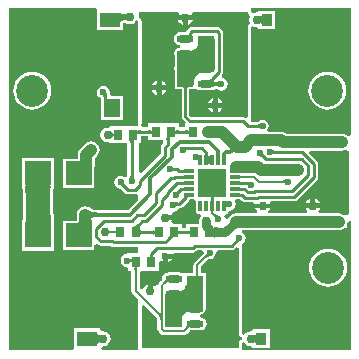
<source format=gtl>
G04*
G04 #@! TF.GenerationSoftware,Altium Limited,Altium Designer,20.0.12 (288)*
G04*
G04 Layer_Physical_Order=1*
G04 Layer_Color=255*
%FSLAX44Y44*%
%MOMM*%
G71*
G01*
G75*
%ADD10C,0.2000*%
%ADD11C,0.2500*%
%ADD31R,1.4000X1.5000*%
%ADD32R,0.9000X1.0500*%
%ADD33R,0.9700X0.6700*%
G04:AMPARAMS|DCode=34|XSize=0.86mm|YSize=0.27mm|CornerRadius=0.0338mm|HoleSize=0mm|Usage=FLASHONLY|Rotation=0.000|XOffset=0mm|YOffset=0mm|HoleType=Round|Shape=RoundedRectangle|*
%AMROUNDEDRECTD34*
21,1,0.8600,0.2025,0,0,0.0*
21,1,0.7925,0.2700,0,0,0.0*
1,1,0.0675,0.3963,-0.1013*
1,1,0.0675,-0.3963,-0.1013*
1,1,0.0675,-0.3963,0.1013*
1,1,0.0675,0.3963,0.1013*
%
%ADD34ROUNDEDRECTD34*%
%ADD35R,2.4500X2.4500*%
G04:AMPARAMS|DCode=36|XSize=0.86mm|YSize=0.27mm|CornerRadius=0.0338mm|HoleSize=0mm|Usage=FLASHONLY|Rotation=90.000|XOffset=0mm|YOffset=0mm|HoleType=Round|Shape=RoundedRectangle|*
%AMROUNDEDRECTD36*
21,1,0.8600,0.2025,0,0,90.0*
21,1,0.7925,0.2700,0,0,90.0*
1,1,0.0675,0.1013,0.3963*
1,1,0.0675,0.1013,-0.3963*
1,1,0.0675,-0.1013,-0.3963*
1,1,0.0675,-0.1013,0.3963*
%
%ADD36ROUNDEDRECTD36*%
%ADD37R,1.4500X0.6000*%
%ADD38O,1.4500X0.6000*%
%ADD39R,0.8000X0.9500*%
%ADD40R,2.2500X2.1000*%
%ADD41R,1.7500X1.2500*%
%ADD42C,0.8000*%
%ADD43C,1.0000*%
%ADD44C,0.3000*%
%ADD45C,2.0000*%
%ADD46C,0.5000*%
%ADD47R,2.7000X2.7000*%
%ADD48C,2.7000*%
%ADD49C,0.7500*%
%ADD50C,0.6000*%
G36*
X207451Y291581D02*
X207524Y291214D01*
X207561Y290841D01*
X207620Y290730D01*
X207645Y290606D01*
X207853Y290295D01*
X208030Y289964D01*
X208127Y289884D01*
X208198Y289779D01*
X208215Y289767D01*
X208985Y288589D01*
X209216Y287666D01*
X209075Y287454D01*
X208587Y285000D01*
X209075Y282546D01*
X209216Y282334D01*
X208985Y281411D01*
X208215Y280233D01*
X208198Y280221D01*
X208127Y280116D01*
X208030Y280036D01*
X207853Y279705D01*
X207645Y279394D01*
X207620Y279270D01*
X207561Y279158D01*
X207524Y278786D01*
X207451Y278419D01*
Y202794D01*
X205451Y201850D01*
X205114Y202075D01*
X203846Y202327D01*
X159859D01*
X158064Y204123D01*
Y225950D01*
X164000D01*
X164000Y225950D01*
Y225950D01*
X165962Y225859D01*
X166149Y225734D01*
X168295Y225307D01*
X176795D01*
X178941Y225734D01*
X180730Y226929D01*
X181091Y226389D01*
X182910Y225173D01*
X185056Y224747D01*
X187202Y225173D01*
X189022Y226389D01*
X190237Y228208D01*
X190664Y230354D01*
X190237Y232500D01*
X189022Y234320D01*
X187202Y235535D01*
X186025Y235770D01*
X185326Y237900D01*
X185749Y238322D01*
X186578Y239563D01*
X186869Y241026D01*
Y273361D01*
X186578Y274824D01*
X185749Y276064D01*
X183845Y277968D01*
X182605Y278797D01*
X181141Y279088D01*
X160260D01*
X158797Y278797D01*
X157557Y277968D01*
X156092Y276504D01*
X155263Y275263D01*
X155143Y274658D01*
X150500D01*
X148354Y274231D01*
X146535Y273015D01*
X145319Y271196D01*
X144892Y269050D01*
X145319Y266904D01*
X146535Y265085D01*
X148354Y263869D01*
X150500Y263442D01*
Y261448D01*
X148549Y261060D01*
X146895Y259955D01*
X145790Y258301D01*
X145402Y256350D01*
X145752Y254593D01*
Y245407D01*
X145402Y243650D01*
X145752Y241893D01*
Y235950D01*
X145500D01*
Y225950D01*
X151436D01*
Y202750D01*
X151689Y201482D01*
X152407Y200407D01*
X154812Y198002D01*
X154500Y197250D01*
X154500D01*
Y193823D01*
X149000D01*
Y197250D01*
X123000D01*
Y193823D01*
X118928D01*
X117408Y195823D01*
X117456Y195998D01*
X117482Y196342D01*
X117549Y196680D01*
Y283875D01*
X117524Y283999D01*
X117537Y284125D01*
X117428Y284483D01*
X117355Y284850D01*
X117285Y284956D01*
X117248Y285077D01*
X117010Y285366D01*
X116802Y285677D01*
X116697Y285748D01*
X116617Y285845D01*
X116287Y286022D01*
X115975Y286230D01*
X115851Y286255D01*
X115740Y286314D01*
X115531Y286378D01*
Y291794D01*
X148150D01*
X149219Y289794D01*
X148825Y289204D01*
X148735Y288750D01*
X160765D01*
X160675Y289204D01*
X160281Y289794D01*
X161350Y291794D01*
X207451D01*
Y291581D01*
D02*
G37*
G36*
X99520Y290933D02*
X99670Y290677D01*
X99920Y290451D01*
X100270Y290255D01*
X100720Y290090D01*
X101270Y289954D01*
X101920Y289849D01*
X102670Y289773D01*
X103227Y289755D01*
X104479Y289841D01*
X104575Y289874D01*
X104629Y289912D01*
X105031Y284678D01*
X105001Y284684D01*
X104926Y284690D01*
X104223Y284706D01*
X103520Y284688D01*
X102670Y284613D01*
X101920Y284488D01*
X101270Y284313D01*
X100720Y284088D01*
X100270Y283813D01*
X99920Y283488D01*
X99670Y283113D01*
X99520Y282688D01*
X99470Y282213D01*
Y291220D01*
X99520Y290933D01*
D02*
G37*
G36*
X93578Y285022D02*
X93268Y284976D01*
X92469Y284803D01*
X92246Y284733D01*
X92044Y284657D01*
X91865Y284575D01*
X91707Y284487D01*
X91571Y284393D01*
X91457Y284293D01*
X90043Y285707D01*
X90143Y285821D01*
X90237Y285957D01*
X90325Y286115D01*
X90407Y286294D01*
X90483Y286495D01*
X90553Y286719D01*
X90674Y287230D01*
X90726Y287518D01*
X90772Y287828D01*
X93578Y285022D01*
D02*
G37*
G36*
X219561Y287502D02*
X219617Y287501D01*
X220045Y287500D01*
Y282500D01*
X219561Y282474D01*
Y280469D01*
X219515Y280855D01*
X219379Y281201D01*
X219151Y281505D01*
X218831Y281769D01*
X218421Y281992D01*
X217919Y282175D01*
X217326Y282317D01*
X216642Y282419D01*
X215867Y282480D01*
X215000Y282500D01*
Y287500D01*
X215867Y287520D01*
X216642Y287581D01*
X217326Y287683D01*
X217919Y287825D01*
X218421Y288008D01*
X218831Y288231D01*
X219151Y288495D01*
X219379Y288799D01*
X219515Y289145D01*
X219561Y289531D01*
Y287502D01*
D02*
G37*
G36*
X295000Y188181D02*
X294350Y186450D01*
X292027D01*
X291030Y187215D01*
X289328Y187920D01*
X287500Y188160D01*
X240374D01*
X239131Y189114D01*
X237428Y189820D01*
X235600Y190060D01*
X224935D01*
X224931Y190064D01*
X224049Y192060D01*
X224710Y193049D01*
X225098Y195000D01*
X224710Y196951D01*
X223605Y198605D01*
X221951Y199710D01*
X220000Y200098D01*
X218049Y199710D01*
X216395Y198605D01*
X216287Y198443D01*
X216285Y198442D01*
X216230Y198413D01*
X216158Y198384D01*
X216068Y198356D01*
X215955Y198330D01*
X215846Y198314D01*
X210000D01*
Y278419D01*
X212000Y279488D01*
X212561Y279113D01*
X215000Y278627D01*
X215454Y278718D01*
X217000Y277449D01*
Y277250D01*
X231000D01*
Y292750D01*
X217000D01*
Y292551D01*
X215454Y291282D01*
X215000Y291372D01*
X212561Y290887D01*
X212000Y290512D01*
X210000Y291581D01*
Y295000D01*
X295000D01*
Y188181D01*
D02*
G37*
G36*
X160051Y273389D02*
X160124Y272408D01*
X160167Y272165D01*
X160221Y271963D01*
X160284Y271804D01*
X160357Y271687D01*
X160440Y271612D01*
X160532Y271579D01*
X157041Y272015D01*
X157137Y272021D01*
X157222Y272066D01*
X157298Y272149D01*
X157364Y272270D01*
X157420Y272430D01*
X157465Y272627D01*
X157500Y272863D01*
X157526Y273137D01*
X157546Y273800D01*
X160046D01*
X160051Y273389D01*
D02*
G37*
G36*
X178373Y233409D02*
X175884Y233879D01*
X175888Y235118D01*
X178388D01*
X178373Y233409D01*
D02*
G37*
G36*
X178422Y233166D02*
X178531Y232956D01*
X178712Y232768D01*
X178965Y232604D01*
X179290Y232463D01*
X179687Y232345D01*
X180157Y232250D01*
X180698Y232179D01*
X181222Y232137D01*
X181682Y232174D01*
X181949Y232218D01*
X182203Y232276D01*
X182445Y232349D01*
X182675Y232435D01*
X182893Y232536D01*
X183099Y232652D01*
X183293Y232781D01*
X182595Y228639D01*
X182451Y228823D01*
X182290Y228989D01*
X182110Y229135D01*
X181913Y229263D01*
X181698Y229372D01*
X181465Y229462D01*
X181213Y229534D01*
X180963Y229583D01*
X180159Y229529D01*
X179693Y229452D01*
X179299Y229349D01*
X178977Y229221D01*
X178727Y229066D01*
X178549Y228886D01*
X178442Y228679D01*
X178407Y228447D01*
X178384Y233400D01*
X178422Y233166D01*
D02*
G37*
G36*
X177697Y270911D02*
X178914Y269694D01*
X179573Y268104D01*
Y267243D01*
Y244038D01*
Y243368D01*
X179060Y242129D01*
X178112Y241182D01*
X176873Y240669D01*
X170919D01*
X170014Y240624D01*
X168240Y240271D01*
X166569Y239579D01*
X165065Y238574D01*
X163785Y237295D01*
X162780Y235790D01*
X162088Y234119D01*
X161735Y232345D01*
X161691Y231440D01*
Y230839D01*
X161230Y229727D01*
X160379Y228876D01*
X159267Y228415D01*
X149171D01*
X148538Y228678D01*
X148053Y229162D01*
X147791Y229796D01*
Y230138D01*
Y256636D01*
Y257078D01*
X148129Y257894D01*
X148754Y258519D01*
X149570Y258857D01*
X159240D01*
X160480Y258979D01*
X162771Y259928D01*
X164525Y261682D01*
X165474Y263973D01*
X165596Y265214D01*
Y270077D01*
X165635Y271570D01*
X176107D01*
X177697Y270911D01*
D02*
G37*
G36*
X157013Y227986D02*
X156800Y227910D01*
X156613Y227783D01*
X156450Y227606D01*
X156313Y227378D01*
X156200Y227100D01*
X156112Y226771D01*
X156050Y226392D01*
X156012Y225961D01*
X156000Y225480D01*
X153500D01*
X153488Y225961D01*
X153450Y226392D01*
X153387Y226771D01*
X153300Y227100D01*
X153188Y227378D01*
X153050Y227606D01*
X152887Y227783D01*
X152700Y227910D01*
X152487Y227986D01*
X152250Y228011D01*
X157250D01*
X157013Y227986D01*
D02*
G37*
G36*
X79500Y293750D02*
X79500Y293000D01*
Y276250D01*
X102000D01*
Y281858D01*
X102087Y281893D01*
X102462Y281994D01*
X102992Y282083D01*
X103360Y282115D01*
X104309D01*
X105061Y281613D01*
X107500Y281128D01*
X109939Y281613D01*
X112006Y282994D01*
X113000Y284482D01*
X115000Y283875D01*
Y196680D01*
X114469Y194769D01*
X114376Y194750D01*
X91000D01*
Y194750D01*
X89749Y193723D01*
X89000Y193873D01*
X86561Y193387D01*
X84494Y192006D01*
X83112Y189939D01*
X82627Y187500D01*
X83112Y185061D01*
X84494Y182994D01*
X86561Y181613D01*
X89000Y181128D01*
X89749Y181277D01*
X91000Y180250D01*
Y180250D01*
X105360D01*
Y152540D01*
X105148Y152344D01*
X104778Y152093D01*
X102774Y152045D01*
X102146Y152465D01*
X100000Y152892D01*
X97854Y152465D01*
X96034Y151250D01*
X94819Y149430D01*
X94392Y147284D01*
X94819Y145138D01*
X96034Y143319D01*
X97854Y142103D01*
X99895Y141698D01*
X99898Y141696D01*
X99959Y141662D01*
X100036Y141612D01*
X100086Y141575D01*
X103477Y138184D01*
X104718Y137355D01*
X106181Y137065D01*
X112187D01*
X113000Y137226D01*
X114647Y136246D01*
X115000Y135852D01*
Y132547D01*
X106022Y123569D01*
X83571D01*
X81490Y123619D01*
X78801Y123852D01*
X77730Y124016D01*
X76809Y124212D01*
X76066Y124429D01*
X75513Y124650D01*
X75157Y124847D01*
X75016Y124961D01*
X74992Y124992D01*
X73530Y126115D01*
X71827Y126820D01*
X70000Y127060D01*
X68173Y126820D01*
X66470Y126115D01*
X65008Y124992D01*
X63885Y123530D01*
X63180Y121827D01*
X62940Y120000D01*
Y119369D01*
X62883Y117590D01*
X62793Y116654D01*
X62672Y115874D01*
X62532Y115280D01*
X62434Y115000D01*
X51250D01*
Y90000D01*
X77750D01*
Y94666D01*
X79598Y95431D01*
X80233Y94796D01*
X81473Y93968D01*
X82936Y93677D01*
X91423D01*
X92484Y92968D01*
X93947Y92677D01*
X115000D01*
Y87107D01*
X106151D01*
Y87108D01*
X104406Y86493D01*
X103268Y86266D01*
X101449Y85051D01*
X100233Y83231D01*
X99806Y81086D01*
X100233Y78939D01*
X101449Y77120D01*
X103268Y75905D01*
X105414Y75478D01*
X106151Y74873D01*
Y72608D01*
X108931D01*
Y55000D01*
X109203Y53635D01*
X109976Y52477D01*
X115000Y47453D01*
Y5000D01*
X85035D01*
X83350Y6634D01*
X83352Y7176D01*
X85000Y8627D01*
X87439Y9113D01*
X89506Y10494D01*
X90887Y12561D01*
X91372Y15000D01*
X90887Y17439D01*
X89506Y19506D01*
X87439Y20887D01*
X85000Y21372D01*
X84296Y21233D01*
X82750Y22501D01*
Y23750D01*
X60250D01*
Y7000D01*
X60250Y6250D01*
X58768Y5000D01*
X5000D01*
Y295000D01*
X78018D01*
X79500Y293750D01*
D02*
G37*
G36*
X217858Y192900D02*
X217684Y193062D01*
X217496Y193206D01*
X217293Y193333D01*
X217076Y193444D01*
X216845Y193538D01*
X216599Y193614D01*
X216339Y193673D01*
X216065Y193716D01*
X215776Y193741D01*
X215473Y193750D01*
Y196250D01*
X215776Y196259D01*
X216065Y196284D01*
X216339Y196327D01*
X216599Y196386D01*
X216845Y196462D01*
X217076Y196556D01*
X217293Y196667D01*
X217496Y196794D01*
X217684Y196938D01*
X217858Y197100D01*
Y192900D01*
D02*
G37*
G36*
X157061Y187500D02*
X157036Y187738D01*
X156960Y187950D01*
X156833Y188137D01*
X156656Y188300D01*
X156428Y188438D01*
X156150Y188550D01*
X155821Y188638D01*
X155441Y188700D01*
X155011Y188738D01*
X154530Y188750D01*
Y191250D01*
X155011Y191262D01*
X155441Y191300D01*
X155821Y191362D01*
X156150Y191450D01*
X156428Y191562D01*
X156656Y191700D01*
X156833Y191863D01*
X156960Y192050D01*
X157036Y192262D01*
X157061Y192500D01*
Y187500D01*
D02*
G37*
G36*
X146495Y192262D02*
X146569Y192050D01*
X146694Y191863D01*
X146869Y191700D01*
X147094Y191562D01*
X147369Y191450D01*
X147695Y191362D01*
X148069Y191300D01*
X148495Y191262D01*
X148969Y191250D01*
Y188750D01*
X148495Y188738D01*
X148069Y188700D01*
X147695Y188638D01*
X147369Y188550D01*
X147094Y188438D01*
X146869Y188300D01*
X146694Y188137D01*
X146569Y187950D01*
X146495Y187738D01*
X146469Y187500D01*
Y192500D01*
X146495Y192262D01*
D02*
G37*
G36*
X125561Y187500D02*
X125536Y187738D01*
X125460Y187950D01*
X125333Y188137D01*
X125156Y188300D01*
X124929Y188438D01*
X124650Y188550D01*
X124321Y188638D01*
X123942Y188700D01*
X123512Y188738D01*
X123031Y188750D01*
Y191250D01*
X123512Y191262D01*
X123942Y191300D01*
X124321Y191362D01*
X124650Y191450D01*
X124929Y191562D01*
X125156Y191700D01*
X125333Y191863D01*
X125460Y192050D01*
X125536Y192262D01*
X125561Y192500D01*
Y187500D01*
D02*
G37*
G36*
X114494Y192035D02*
X114569Y191870D01*
X114694Y191725D01*
X114869Y191599D01*
X115094Y191492D01*
X115369Y191405D01*
X115694Y191337D01*
X116069Y191289D01*
X116494Y191260D01*
X116969Y191250D01*
Y188750D01*
X116494Y188738D01*
X116069Y188700D01*
X115694Y188638D01*
X115369Y188550D01*
X115094Y188438D01*
X114869Y188300D01*
X114694Y188137D01*
X114569Y187950D01*
X114494Y187738D01*
X114469Y187500D01*
Y192220D01*
X114494Y192035D01*
D02*
G37*
G36*
X91996Y189816D02*
X92315Y189540D01*
X92634Y189296D01*
X92952Y189085D01*
X93271Y188906D01*
X93281Y188901D01*
X93378Y188990D01*
X93480Y189140D01*
X93541Y189310D01*
X93561Y189500D01*
Y188773D01*
X93589Y188760D01*
X93908Y188646D01*
X94227Y188565D01*
X94545Y188516D01*
X94864Y188500D01*
Y186500D01*
X94545Y186484D01*
X94227Y186435D01*
X93908Y186354D01*
X93589Y186240D01*
X93561Y186227D01*
Y185500D01*
X93541Y185690D01*
X93480Y185860D01*
X93378Y186010D01*
X93281Y186099D01*
X93271Y186094D01*
X92952Y185915D01*
X92634Y185704D01*
X92315Y185460D01*
X91996Y185184D01*
X91678Y184875D01*
Y186496D01*
X91531Y186500D01*
Y188500D01*
X91678Y188504D01*
Y190125D01*
X91996Y189816D01*
D02*
G37*
G36*
X142013Y185284D02*
X141800Y185207D01*
X141613Y185079D01*
X141450Y184901D01*
X141313Y184673D01*
X141200Y184395D01*
X141112Y184067D01*
X141050Y183688D01*
X141012Y183259D01*
X141000Y182780D01*
X138500D01*
X138531Y185280D01*
X142250Y185311D01*
X142013Y185284D01*
D02*
G37*
G36*
X111446Y182786D02*
X111234Y182710D01*
X111046Y182583D01*
X110884Y182406D01*
X110746Y182178D01*
X110634Y181900D01*
X110546Y181571D01*
X110484Y181192D01*
X110446Y180761D01*
X110434Y180280D01*
X107934D01*
X107921Y180761D01*
X107884Y181192D01*
X107821Y181571D01*
X107734Y181900D01*
X107621Y182178D01*
X107484Y182406D01*
X107321Y182583D01*
X107134Y182710D01*
X106921Y182786D01*
X106684Y182811D01*
X111684D01*
X111446Y182786D01*
D02*
G37*
G36*
X153813Y177710D02*
X154001Y177652D01*
X154204Y177601D01*
X154655Y177520D01*
X154904Y177490D01*
X155741Y177439D01*
X156051Y177435D01*
X157299Y174935D01*
X156990Y174925D01*
X156705Y174895D01*
X156444Y174844D01*
X156207Y174772D01*
X155995Y174681D01*
X155807Y174569D01*
X155643Y174437D01*
X155504Y174284D01*
X155389Y174111D01*
X155298Y173917D01*
X153641Y177774D01*
X153813Y177710D01*
D02*
G37*
G36*
X197381Y173883D02*
X197080Y173924D01*
X196782Y173932D01*
X196487Y173907D01*
X196194Y173849D01*
X195905Y173757D01*
X195618Y173633D01*
X195334Y173475D01*
X195052Y173284D01*
X194774Y173059D01*
X194498Y172801D01*
X192800Y175346D01*
X193055Y175614D01*
X193502Y176162D01*
X193694Y176441D01*
X193864Y176725D01*
X194012Y177012D01*
X194139Y177303D01*
X194245Y177597D01*
X194329Y177896D01*
X194392Y178198D01*
X197381Y173883D01*
D02*
G37*
G36*
X228794Y174803D02*
X228979Y174655D01*
X229179Y174525D01*
X229394Y174412D01*
X229623Y174317D01*
X229867Y174239D01*
X230127Y174178D01*
X230400Y174135D01*
X230689Y174109D01*
X230992Y174100D01*
X230935Y171600D01*
X230632Y171592D01*
X230343Y171567D01*
X230068Y171525D01*
X229807Y171467D01*
X229561Y171392D01*
X229328Y171301D01*
X229109Y171193D01*
X228904Y171068D01*
X228713Y170926D01*
X228536Y170768D01*
X228623Y174967D01*
X228794Y174803D01*
D02*
G37*
G36*
X220514Y171915D02*
X220573Y171686D01*
X220650Y171458D01*
X220746Y171232D01*
X220861Y171007D01*
X220995Y170783D01*
X221147Y170561D01*
X221318Y170340D01*
X221508Y170120D01*
X221717Y169901D01*
X220228Y167854D01*
X220006Y168063D01*
X219783Y168246D01*
X219558Y168403D01*
X219332Y168535D01*
X219105Y168641D01*
X218877Y168721D01*
X218648Y168776D01*
X218418Y168804D01*
X218186Y168807D01*
X217954Y168785D01*
X220474Y172145D01*
X220514Y171915D01*
D02*
G37*
G36*
X166185Y166424D02*
X166164Y166661D01*
X166091Y166874D01*
X165967Y167061D01*
X165791Y167224D01*
X165563Y167361D01*
X165285Y167474D01*
X164954Y167561D01*
X164573Y167624D01*
X164140Y167661D01*
X163655Y167674D01*
X163660Y170174D01*
X164136Y170176D01*
X165980Y170283D01*
X166119Y170317D01*
X166210Y170355D01*
X166252Y170397D01*
X166185Y166424D01*
D02*
G37*
G36*
X177500Y162500D02*
X172500D01*
Y170000D01*
X177500D01*
Y162500D01*
D02*
G37*
G36*
X144283Y160158D02*
X144465Y160007D01*
X144662Y159875D01*
X144875Y159760D01*
X145103Y159663D01*
X145346Y159583D01*
X145604Y159521D01*
X145877Y159477D01*
X146165Y159450D01*
X146469Y159441D01*
X146354Y156942D01*
X146052Y156933D01*
X145763Y156909D01*
X145487Y156868D01*
X145225Y156812D01*
X144977Y156738D01*
X144743Y156649D01*
X144522Y156543D01*
X144315Y156422D01*
X144121Y156283D01*
X143941Y156129D01*
X144116Y160325D01*
X144283Y160158D01*
D02*
G37*
G36*
X123000Y182750D02*
X135618D01*
X135799Y180750D01*
X134796Y179748D01*
X133968Y178507D01*
X133677Y177044D01*
Y171422D01*
X117379Y155124D01*
X115531Y155889D01*
Y180250D01*
X117000D01*
Y186177D01*
X123000D01*
Y182750D01*
D02*
G37*
G36*
X201087Y153050D02*
X201164Y153008D01*
X201279Y152971D01*
X201432Y152939D01*
X201623Y152912D01*
X202118Y152872D01*
X203145Y152850D01*
Y150850D01*
X202765Y150847D01*
X201432Y150761D01*
X201279Y150729D01*
X201164Y150691D01*
X201087Y150649D01*
X201047Y150602D01*
Y153097D01*
X201087Y153050D01*
D02*
G37*
G36*
X110442Y152362D02*
X110468Y152073D01*
X110510Y151799D01*
X110570Y151539D01*
X110646Y151293D01*
X110740Y151062D01*
X110850Y150845D01*
X110978Y150642D01*
X111122Y150454D01*
X111284Y150280D01*
X107084D01*
X107245Y150454D01*
X107390Y150642D01*
X107517Y150845D01*
X107628Y151062D01*
X107721Y151293D01*
X107798Y151539D01*
X107857Y151799D01*
X107900Y152073D01*
X107925Y152362D01*
X107934Y152665D01*
X110434D01*
X110442Y152362D01*
D02*
G37*
G36*
X239802Y145907D02*
X239581Y146115D01*
X239353Y146301D01*
X239120Y146465D01*
X238880Y146607D01*
X238633Y146727D01*
X238381Y146825D01*
X238122Y146902D01*
X237856Y146956D01*
X237585Y146989D01*
X237307Y147000D01*
X237288Y149000D01*
X237567Y149011D01*
X237839Y149044D01*
X238104Y149100D01*
X238362Y149177D01*
X238613Y149277D01*
X238857Y149399D01*
X239094Y149543D01*
X239325Y149709D01*
X239549Y149897D01*
X239765Y150107D01*
X239802Y145907D01*
D02*
G37*
G36*
X102992Y146865D02*
X103012Y146630D01*
X103056Y146397D01*
X103124Y146166D01*
X103215Y145936D01*
X103330Y145708D01*
X103468Y145482D01*
X103630Y145257D01*
X103814Y145035D01*
X104023Y144813D01*
X102156Y143145D01*
X101937Y143353D01*
X101715Y143540D01*
X101492Y143707D01*
X101267Y143852D01*
X101040Y143977D01*
X100811Y144081D01*
X100580Y144164D01*
X100348Y144226D01*
X100113Y144267D01*
X99877Y144287D01*
X102994Y147102D01*
X102992Y146865D01*
D02*
G37*
G36*
X179449Y144543D02*
X179305Y144354D01*
X179179Y144151D01*
X179069Y143933D01*
X178977Y143701D01*
X178902Y143455D01*
X178843Y143195D01*
X178802Y142921D01*
X178778Y142632D01*
X178771Y142329D01*
X176271Y142317D01*
X176261Y142620D01*
X176234Y142909D01*
X176190Y143183D01*
X176129Y143443D01*
X176052Y143688D01*
X175957Y143919D01*
X175846Y144136D01*
X175717Y144337D01*
X175572Y144525D01*
X175410Y144698D01*
X179610Y144717D01*
X179449Y144543D01*
D02*
G37*
G36*
X150782Y139469D02*
X150573Y139246D01*
X150391Y139023D01*
X150234Y138798D01*
X150104Y138573D01*
X150001Y138346D01*
X149924Y138119D01*
X149873Y137891D01*
X149848Y137662D01*
X149850Y137433D01*
X149878Y137202D01*
X146455Y139635D01*
X146682Y139681D01*
X146909Y139744D01*
X147134Y139826D01*
X147359Y139925D01*
X147582Y140043D01*
X147804Y140180D01*
X148026Y140334D01*
X148246Y140506D01*
X148684Y140906D01*
X150782Y139469D01*
D02*
G37*
G36*
X293031Y174000D02*
Y120761D01*
X291850Y119250D01*
X289527D01*
X288530Y120014D01*
X286827Y120720D01*
X285000Y120960D01*
X267634D01*
X267028Y122960D01*
X267035Y122965D01*
X268425Y125046D01*
X268515Y125500D01*
X259887D01*
X259911Y124787D01*
X259627Y125041D01*
X259336Y125269D01*
X259039Y125470D01*
X258985Y125500D01*
X256485D01*
X256575Y125046D01*
X257965Y122965D01*
X257973Y122960D01*
X257366Y120960D01*
X225508D01*
X224979Y121915D01*
X224699Y122960D01*
X225925Y124796D01*
X226015Y125250D01*
X223336D01*
X223300Y125223D01*
X223027Y124984D01*
X222764Y124716D01*
X222746Y125250D01*
X213985D01*
X214075Y124796D01*
X215301Y122960D01*
X215021Y121915D01*
X214492Y120960D01*
X197245D01*
X195418Y120720D01*
X193715Y120014D01*
X192253Y118892D01*
X191131Y117430D01*
X190910Y116896D01*
X190069Y116543D01*
X189954Y116551D01*
X187933Y117814D01*
X187767Y118644D01*
X187881Y119237D01*
X188881Y120718D01*
X189620Y120864D01*
X190558Y121492D01*
X191186Y122430D01*
X191270Y122853D01*
X191692Y123135D01*
X193838Y123562D01*
X195657Y124777D01*
X196872Y126597D01*
X197299Y128743D01*
X196872Y130889D01*
X196835Y130944D01*
X197904Y132944D01*
X200812D01*
X201225Y133027D01*
X201363D01*
X202844Y131546D01*
X204084Y130718D01*
X205547Y130427D01*
X212335D01*
X213209Y129250D01*
X222613D01*
X222589Y129963D01*
X222873Y129709D01*
X223164Y129481D01*
X223461Y129281D01*
X223515Y129250D01*
X226015D01*
X225980Y129426D01*
X226475Y130733D01*
X226846Y131427D01*
X246488D01*
X247952Y131718D01*
X249192Y132546D01*
X265954Y149308D01*
X266782Y150548D01*
X267073Y152012D01*
Y162988D01*
X266782Y164452D01*
X265954Y165692D01*
X259454Y172192D01*
X260219Y174040D01*
X287500D01*
X289328Y174280D01*
X291030Y174986D01*
X291031Y174986D01*
X293031Y174000D01*
D02*
G37*
G36*
X146042Y130628D02*
X146238Y130560D01*
X146449Y130500D01*
X146910Y130403D01*
X147162Y130367D01*
X147706Y130319D01*
X148306Y130303D01*
X149410Y127803D01*
X149102Y127793D01*
X148816Y127763D01*
X148554Y127712D01*
X148315Y127640D01*
X148100Y127549D01*
X147907Y127437D01*
X147738Y127304D01*
X147592Y127152D01*
X147469Y126979D01*
X147370Y126785D01*
X145859Y130704D01*
X146042Y130628D01*
D02*
G37*
G36*
X188840Y131005D02*
X188916Y130793D01*
X189042Y130605D01*
X189219Y130443D01*
X189447Y130305D01*
X189726Y130193D01*
X190054Y130105D01*
X190434Y130043D01*
X190864Y130005D01*
X191345Y129993D01*
Y127493D01*
X190864Y127480D01*
X190434Y127443D01*
X190054Y127380D01*
X189726Y127293D01*
X189447Y127180D01*
X189219Y127043D01*
X189042Y126880D01*
X188916Y126693D01*
X188840Y126480D01*
X188815Y126243D01*
Y127482D01*
X188750Y127485D01*
X187600Y127493D01*
Y129993D01*
X188815Y130013D01*
Y131243D01*
X188840Y131005D01*
D02*
G37*
G36*
X162169Y132888D02*
X162710Y132347D01*
Y132060D01*
X162997D01*
X163538Y131518D01*
X163594Y131432D01*
Y123537D01*
X163814Y122430D01*
X164442Y121492D01*
X165380Y120864D01*
X166487Y120644D01*
X166822D01*
X167719Y118644D01*
X166848Y117341D01*
X166383Y115000D01*
Y112250D01*
X155500D01*
Y108823D01*
X151500D01*
Y112250D01*
X143962D01*
X142893Y114250D01*
X143425Y115046D01*
X143515Y115500D01*
X140917D01*
X140734Y115370D01*
X140452Y115136D01*
X140178Y114875D01*
Y115500D01*
X137500D01*
Y119500D01*
X140178D01*
Y120125D01*
X140452Y119864D01*
X140734Y119630D01*
X140917Y119500D01*
X143515D01*
X143425Y119954D01*
X142955Y120657D01*
X144158Y122457D01*
X144615Y122366D01*
X146761Y122793D01*
X148581Y124009D01*
X149396Y125230D01*
X149559D01*
X151023Y125521D01*
X152263Y126350D01*
X157804Y131890D01*
X158508Y132944D01*
X162082D01*
X162169Y132888D01*
D02*
G37*
G36*
X74013Y123151D02*
X74636Y122804D01*
X75402Y122499D01*
X76311Y122234D01*
X77363Y122009D01*
X78558Y121826D01*
X81377Y121581D01*
X84770Y121500D01*
Y118500D01*
X83002Y118480D01*
X78558Y118174D01*
X77363Y117991D01*
X76311Y117766D01*
X75402Y117501D01*
X75095Y117379D01*
X75353Y113603D01*
X75461Y113251D01*
X75583Y113040D01*
X75720Y112970D01*
X62970Y112939D01*
X63355Y113011D01*
X63701Y113223D01*
X64005Y113577D01*
X64269Y114071D01*
X64493Y114707D01*
X64675Y115484D01*
X64817Y116401D01*
X64919Y117460D01*
X65000Y120000D01*
X72678D01*
Y122625D01*
X72907Y122411D01*
X73151Y122220D01*
X73412Y122051D01*
X73533Y121987D01*
Y123538D01*
X74013Y123151D01*
D02*
G37*
G36*
X180148Y120474D02*
X180363Y120305D01*
X180590Y120157D01*
X180827Y120028D01*
X181075Y119920D01*
X181334Y119832D01*
X181604Y119765D01*
X181885Y119717D01*
X182176Y119690D01*
X182479Y119683D01*
X179509Y116713D01*
X179502Y117016D01*
X179475Y117307D01*
X179427Y117588D01*
X179360Y117858D01*
X179272Y118117D01*
X179164Y118365D01*
X179035Y118602D01*
X178887Y118829D01*
X178718Y119044D01*
X178529Y119249D01*
X179943Y120663D01*
X180148Y120474D01*
D02*
G37*
G36*
X116921Y111488D02*
X116835Y111389D01*
X116758Y111272D01*
X116691Y111139D01*
X116632Y110988D01*
X116582Y110820D01*
X116542Y110634D01*
X116510Y110431D01*
X116487Y110211D01*
X116469Y109720D01*
X109850Y109689D01*
X110208Y109718D01*
X110585Y109799D01*
X110981Y109934D01*
X111395Y110122D01*
X111828Y110364D01*
X112279Y110659D01*
X112749Y111007D01*
X113744Y111863D01*
X114270Y112371D01*
X116921Y111488D01*
D02*
G37*
G36*
X128061Y102500D02*
X128036Y102738D01*
X127960Y102950D01*
X127833Y103138D01*
X127656Y103300D01*
X127428Y103438D01*
X127150Y103550D01*
X126821Y103638D01*
X126441Y103700D01*
X126011Y103738D01*
X125530Y103750D01*
Y106250D01*
X126011Y106263D01*
X126441Y106300D01*
X126821Y106363D01*
X127150Y106450D01*
X127428Y106563D01*
X127656Y106700D01*
X127833Y106863D01*
X127960Y107050D01*
X128036Y107263D01*
X128061Y107500D01*
Y102500D01*
D02*
G37*
G36*
X116494Y107263D02*
X116569Y107050D01*
X116694Y106863D01*
X116869Y106700D01*
X117094Y106563D01*
X117369Y106450D01*
X117694Y106363D01*
X118069Y106300D01*
X118494Y106263D01*
X118969Y106250D01*
Y103750D01*
X118494Y103738D01*
X118069Y103700D01*
X117694Y103638D01*
X117369Y103550D01*
X117094Y103438D01*
X116869Y103300D01*
X116694Y103138D01*
X116569Y102950D01*
X116494Y102738D01*
X116469Y102500D01*
Y107500D01*
X116494Y107263D01*
D02*
G37*
G36*
X158061Y102500D02*
X158036Y102738D01*
X157960Y102950D01*
X157833Y103138D01*
X157656Y103300D01*
X157429Y103438D01*
X157150Y103550D01*
X156821Y103638D01*
X156442Y103700D01*
X156012Y103737D01*
X155531Y103750D01*
Y106250D01*
X156012Y106263D01*
X156442Y106300D01*
X156821Y106362D01*
X157150Y106450D01*
X157429Y106562D01*
X157656Y106700D01*
X157833Y106862D01*
X157960Y107050D01*
X158036Y107262D01*
X158061Y107500D01*
Y102500D01*
D02*
G37*
G36*
X148995Y107262D02*
X149070Y107050D01*
X149195Y106862D01*
X149370Y106700D01*
X149595Y106562D01*
X149870Y106450D01*
X150195Y106362D01*
X150570Y106300D01*
X150995Y106263D01*
X151470Y106250D01*
Y103750D01*
X150995Y103737D01*
X150570Y103700D01*
X150195Y103638D01*
X149870Y103550D01*
X149595Y103438D01*
X149370Y103300D01*
X149195Y103138D01*
X149070Y102950D01*
X148995Y102738D01*
X148970Y102500D01*
Y107500D01*
X148995Y107262D01*
D02*
G37*
G36*
X179050Y109583D02*
X179289Y109460D01*
X179690Y109353D01*
X180250Y109259D01*
X180970Y109180D01*
X184090Y109029D01*
X186970Y109000D01*
Y101000D01*
X185450Y100993D01*
X179690Y100647D01*
X179289Y100540D01*
X179050Y100417D01*
X178969Y100281D01*
Y109719D01*
X179050Y109583D01*
D02*
G37*
G36*
X175078Y84514D02*
X174782Y84532D01*
X174496Y84526D01*
X174220Y84498D01*
X173954Y84446D01*
X173697Y84371D01*
X173451Y84273D01*
X173214Y84151D01*
X172987Y84007D01*
X172770Y83839D01*
X172563Y83648D01*
X171279Y85194D01*
X171466Y85395D01*
X171636Y85608D01*
X171789Y85833D01*
X171924Y86069D01*
X172043Y86317D01*
X172144Y86576D01*
X172228Y86847D01*
X172295Y87130D01*
X172345Y87425D01*
X172377Y87731D01*
X175078Y84514D01*
D02*
G37*
G36*
X199951Y91716D02*
Y18625D01*
X199976Y18501D01*
X199963Y18375D01*
X200072Y18017D01*
X200145Y17650D01*
X200215Y17544D01*
X200252Y17423D01*
X200490Y17134D01*
X200698Y16823D01*
X200803Y16753D01*
X200883Y16655D01*
X201213Y16478D01*
X201525Y16270D01*
X201649Y16245D01*
X201760Y16186D01*
X202225Y16045D01*
Y13955D01*
X201760Y13814D01*
X201649Y13755D01*
X201525Y13730D01*
X201213Y13522D01*
X200883Y13345D01*
X200803Y13247D01*
X200698Y13177D01*
X200490Y12866D01*
X200252Y12577D01*
X200215Y12456D01*
X200145Y12350D01*
X200072Y11983D01*
X199963Y11625D01*
X199976Y11499D01*
X199951Y11375D01*
Y6859D01*
X117549D01*
Y42291D01*
X119397Y43057D01*
X130483Y31970D01*
X130543Y31896D01*
X130641Y31751D01*
X130723Y31608D01*
X130790Y31463D01*
X130844Y31314D01*
X130888Y31154D01*
X130921Y30982D01*
X130931Y30888D01*
Y23258D01*
X131203Y21892D01*
X131977Y20734D01*
X133734Y18977D01*
X134892Y18203D01*
X136257Y17931D01*
X153243D01*
X154608Y18203D01*
X155766Y18977D01*
X158572Y21783D01*
X158689Y21885D01*
X158698Y21892D01*
X167000D01*
X169146Y22319D01*
X170965Y23535D01*
X172181Y25354D01*
X172608Y27500D01*
X172181Y29646D01*
X170965Y31465D01*
X169146Y32681D01*
X167000Y33108D01*
Y35102D01*
X168951Y35490D01*
X170605Y36595D01*
X171710Y38249D01*
X172098Y40200D01*
X171836Y41517D01*
Y51584D01*
X172098Y52900D01*
X171836Y54217D01*
Y60600D01*
X172000D01*
Y70600D01*
X167559D01*
Y75733D01*
X174165Y82340D01*
X174229Y82380D01*
X174295Y82414D01*
X174362Y82441D01*
X174436Y82462D01*
X174521Y82479D01*
X174622Y82489D01*
X174741Y82491D01*
X174956Y82479D01*
X174973Y82481D01*
X175368Y82402D01*
X177319Y82790D01*
X178973Y83895D01*
X180078Y85549D01*
X180466Y87500D01*
X180382Y87927D01*
X181983Y89927D01*
X193750D01*
X195213Y90218D01*
X196453Y91046D01*
X197951Y92544D01*
X199951Y91716D01*
D02*
G37*
G36*
X108682Y82128D02*
X108685Y82128D01*
X109047Y82096D01*
X109499Y82086D01*
Y80085D01*
X109262Y80083D01*
X108685Y80043D01*
X108682Y80042D01*
Y79085D01*
X108662Y79275D01*
X108602Y79446D01*
X108502Y79595D01*
X108362Y79725D01*
X108182Y79836D01*
X108153Y79847D01*
X108134Y79819D01*
Y79855D01*
X107962Y79925D01*
X107702Y79995D01*
X107402Y80045D01*
X107062Y80076D01*
X106682Y80085D01*
Y82086D01*
X107062Y82095D01*
X107402Y82126D01*
X107702Y82176D01*
X107962Y82246D01*
X108134Y82316D01*
Y82352D01*
X108153Y82324D01*
X108182Y82336D01*
X108362Y82445D01*
X108502Y82576D01*
X108602Y82725D01*
X108662Y82895D01*
X108682Y83085D01*
Y82128D01*
D02*
G37*
G36*
X170359Y88053D02*
X170347Y87927D01*
X170338Y87841D01*
X170271Y87500D01*
X170278Y87462D01*
X170260Y87385D01*
X170218Y87249D01*
X170170Y87128D01*
X170117Y87017D01*
X170059Y86915D01*
X169995Y86820D01*
X162337Y79163D01*
X161674Y78170D01*
X161441Y77000D01*
X161441Y77000D01*
Y70600D01*
X153500D01*
X153500Y70600D01*
Y70600D01*
X151500Y70544D01*
X151146Y70781D01*
X149000Y71208D01*
X140500D01*
X138354Y70781D01*
X136535Y69565D01*
X135319Y67746D01*
X134892Y65600D01*
X134989Y65112D01*
X134934Y65045D01*
X133665Y63776D01*
X133558Y63705D01*
X131977Y62123D01*
X131203Y60966D01*
X131146Y60680D01*
X130753Y60401D01*
X128988Y59900D01*
X127454Y60925D01*
X127000Y61015D01*
Y55000D01*
X123000D01*
Y61015D01*
X122546Y60925D01*
X120465Y59535D01*
X119239Y57700D01*
X118630Y57360D01*
X116946Y57005D01*
X116068Y57694D01*
Y71193D01*
X117482Y72608D01*
X119151Y72607D01*
Y72607D01*
X119152D01*
Y72608D01*
X132152D01*
Y79606D01*
X132734Y80024D01*
X134151Y80492D01*
X135588Y79532D01*
X135750Y79500D01*
Y84750D01*
X137750D01*
Y86750D01*
X144001D01*
X144680Y87677D01*
X160875D01*
X162338Y87968D01*
X163579Y88797D01*
X164709Y89927D01*
X168754D01*
X170359Y88053D01*
D02*
G37*
G36*
X114310Y75148D02*
X114140Y75087D01*
X113990Y74986D01*
X113860Y74844D01*
X113750Y74661D01*
X113660Y74437D01*
X113590Y74174D01*
X113540Y73869D01*
X113510Y73524D01*
X113500Y73138D01*
X111500D01*
X111490Y73524D01*
X111460Y73869D01*
X111410Y74174D01*
X111340Y74437D01*
X111250Y74661D01*
X111140Y74844D01*
X111010Y74986D01*
X110860Y75087D01*
X110690Y75148D01*
X110500Y75168D01*
X114500D01*
X114310Y75148D01*
D02*
G37*
G36*
X165510Y70184D02*
X165540Y69839D01*
X165590Y69534D01*
X165660Y69270D01*
X165750Y69047D01*
X165860Y68864D01*
X165990Y68722D01*
X166140Y68620D01*
X166310Y68559D01*
X166500Y68539D01*
X162500D01*
X162690Y68559D01*
X162860Y68620D01*
X163010Y68722D01*
X163140Y68864D01*
X163250Y69047D01*
X163340Y69270D01*
X163410Y69534D01*
X163460Y69839D01*
X163490Y70184D01*
X163500Y70570D01*
X165500D01*
X165510Y70184D01*
D02*
G37*
G36*
X140388Y62650D02*
X140236Y62762D01*
X140062Y62824D01*
X139864Y62835D01*
X139643Y62794D01*
X139400Y62704D01*
X139134Y62562D01*
X138844Y62370D01*
X138532Y62127D01*
X138196Y61833D01*
X137838Y61488D01*
X136409Y62888D01*
X136754Y63247D01*
X137290Y63894D01*
X137481Y64182D01*
X137622Y64448D01*
X137711Y64690D01*
X137749Y64908D01*
X137737Y65104D01*
X137673Y65276D01*
X137559Y65426D01*
X140388Y62650D01*
D02*
G37*
G36*
X135500Y33000D02*
X133500Y30586D01*
X133486Y30980D01*
X133443Y31362D01*
X133373Y31733D01*
X133274Y32092D01*
X133146Y32439D01*
X132991Y32775D01*
X132807Y33099D01*
X132595Y33411D01*
X132354Y33711D01*
X132086Y34000D01*
Y36828D01*
X132354Y36580D01*
X132595Y36399D01*
X132807Y36287D01*
X132991Y36243D01*
X133146Y36268D01*
X133274Y36360D01*
X133373Y36521D01*
X133443Y36751D01*
X133486Y37048D01*
X133500Y37414D01*
X135500Y33000D01*
D02*
G37*
G36*
X168022Y67450D02*
X169174Y66299D01*
X169797Y64795D01*
Y63980D01*
Y40301D01*
Y39763D01*
X169385Y38769D01*
X168624Y38009D01*
X167631Y37597D01*
X156788D01*
X155818Y37502D01*
X154027Y36760D01*
X152656Y35388D01*
X151914Y33597D01*
X151818Y32627D01*
Y27767D01*
Y27222D01*
X151401Y26215D01*
X150630Y25444D01*
X149623Y25027D01*
X149078D01*
X137500Y25000D01*
Y52500D01*
Y52997D01*
X137881Y53916D01*
X138584Y54619D01*
X139503Y55000D01*
X149269D01*
X150522Y55123D01*
X152837Y56082D01*
X154609Y57854D01*
X155568Y60170D01*
X155692Y61423D01*
Y67891D01*
Y67927D01*
X155719Y67994D01*
X155771Y68045D01*
X155838Y68073D01*
X166518D01*
X168022Y67450D01*
D02*
G37*
G36*
X159076Y24535D02*
X158896Y24619D01*
X158696Y24653D01*
X158475Y24640D01*
X158233Y24578D01*
X157970Y24467D01*
X157687Y24308D01*
X157382Y24101D01*
X157057Y23845D01*
X156712Y23541D01*
X156345Y23188D01*
X154676Y24348D01*
X155014Y24700D01*
X155529Y25327D01*
X155706Y25602D01*
X155830Y25851D01*
X155900Y26075D01*
X155916Y26273D01*
X155879Y26446D01*
X155789Y26593D01*
X155645Y26714D01*
X159076Y24535D01*
D02*
G37*
G36*
X214561Y17503D02*
X214617Y17501D01*
X215045Y17500D01*
Y12500D01*
X214561Y12474D01*
Y10469D01*
X214515Y10855D01*
X214379Y11200D01*
X214151Y11505D01*
X213831Y11769D01*
X213421Y11992D01*
X212919Y12175D01*
X212326Y12317D01*
X211642Y12419D01*
X210867Y12480D01*
X210000Y12500D01*
Y17500D01*
X210867Y17520D01*
X211642Y17581D01*
X212326Y17683D01*
X212919Y17825D01*
X213421Y18008D01*
X213831Y18231D01*
X214151Y18495D01*
X214379Y18800D01*
X214515Y19145D01*
X214561Y19531D01*
Y17503D01*
D02*
G37*
G36*
X80268Y19347D02*
X80411Y18959D01*
X80650Y18617D01*
X80985Y18321D01*
X81415Y18070D01*
X81941Y17865D01*
X82562Y17705D01*
X83279Y17591D01*
X84092Y17523D01*
X85000Y17500D01*
Y12500D01*
X84092Y12477D01*
X83279Y12409D01*
X82562Y12295D01*
X81941Y12135D01*
X81415Y11930D01*
X80985Y11679D01*
X80650Y11383D01*
X80411Y11041D01*
X80268Y10653D01*
X80220Y10220D01*
Y12499D01*
X79955Y12500D01*
Y17500D01*
X80220Y17514D01*
Y19780D01*
X80268Y19347D01*
D02*
G37*
G36*
X295000Y5000D02*
X202500D01*
Y11375D01*
X204500Y11982D01*
X205494Y10494D01*
X207561Y9113D01*
X210000Y8627D01*
X210454Y8718D01*
X212000Y7449D01*
Y7250D01*
X226000D01*
Y22750D01*
X212000D01*
Y22551D01*
X210454Y21282D01*
X210000Y21372D01*
X207561Y20887D01*
X205494Y19506D01*
X204500Y18018D01*
X202500Y18625D01*
Y95056D01*
X203965Y96034D01*
X205180Y97854D01*
X205607Y100000D01*
X205180Y102146D01*
X203965Y103965D01*
X202500Y104944D01*
Y106840D01*
X285000D01*
X286827Y107080D01*
X288530Y107785D01*
X289527Y108550D01*
X291850D01*
Y112302D01*
X292061Y113900D01*
X293025Y115000D01*
X295000D01*
Y5000D01*
D02*
G37*
%LPC*%
G36*
X160765Y284750D02*
X156750D01*
Y280735D01*
X157204Y280825D01*
X159285Y282215D01*
X160675Y284296D01*
X160765Y284750D01*
D02*
G37*
G36*
X152750D02*
X148735D01*
X148825Y284296D01*
X150215Y282215D01*
X152296Y280825D01*
X152750Y280735D01*
Y284750D01*
D02*
G37*
G36*
X134500Y233515D02*
Y229500D01*
X138515D01*
X138425Y229954D01*
X137035Y232035D01*
X134954Y233425D01*
X134500Y233515D01*
D02*
G37*
G36*
X130500D02*
X130046Y233425D01*
X127965Y232035D01*
X126575Y229954D01*
X126485Y229500D01*
X130500D01*
Y233515D01*
D02*
G37*
G36*
X138515Y225500D02*
X134500D01*
Y221485D01*
X134954Y221575D01*
X137035Y222965D01*
X138425Y225046D01*
X138515Y225500D01*
D02*
G37*
G36*
X130500D02*
X126485D01*
X126575Y225046D01*
X127965Y222965D01*
X130046Y221575D01*
X130500Y221485D01*
Y225500D01*
D02*
G37*
G36*
X182000Y218515D02*
Y214500D01*
X186015D01*
X185925Y214954D01*
X184535Y217035D01*
X182454Y218425D01*
X182000Y218515D01*
D02*
G37*
G36*
X178000D02*
X177546Y218425D01*
X175465Y217035D01*
X174075Y214954D01*
X173985Y214500D01*
X178000D01*
Y218515D01*
D02*
G37*
G36*
X186015Y210500D02*
X182000D01*
Y206485D01*
X182454Y206575D01*
X184535Y207965D01*
X185925Y210046D01*
X186015Y210500D01*
D02*
G37*
G36*
X178000D02*
X173985D01*
X174075Y210046D01*
X175465Y207965D01*
X177546Y206575D01*
X178000Y206485D01*
Y210500D01*
D02*
G37*
G36*
X275000Y241077D02*
X271863Y240769D01*
X268847Y239854D01*
X266068Y238368D01*
X263632Y236369D01*
X261632Y233932D01*
X260146Y231153D01*
X259231Y228137D01*
X258923Y225000D01*
X259231Y221863D01*
X260146Y218847D01*
X261632Y216068D01*
X263632Y213632D01*
X266068Y211632D01*
X268847Y210146D01*
X271863Y209231D01*
X275000Y208923D01*
X278137Y209231D01*
X281153Y210146D01*
X283932Y211632D01*
X286369Y213632D01*
X288368Y216068D01*
X289854Y218847D01*
X290769Y221863D01*
X291077Y225000D01*
X290769Y228137D01*
X289854Y231153D01*
X288368Y233932D01*
X286369Y236369D01*
X283932Y238368D01*
X281153Y239854D01*
X278137Y240769D01*
X275000Y241077D01*
D02*
G37*
G36*
X25000D02*
X21864Y240769D01*
X18847Y239854D01*
X16068Y238368D01*
X13632Y236369D01*
X11632Y233932D01*
X10146Y231153D01*
X9232Y228137D01*
X8923Y225000D01*
X9232Y221863D01*
X10146Y218847D01*
X11632Y216068D01*
X13632Y213632D01*
X16068Y211632D01*
X18847Y210146D01*
X21864Y209231D01*
X25000Y208923D01*
X28136Y209231D01*
X31153Y210146D01*
X33932Y211632D01*
X36369Y213632D01*
X38368Y216068D01*
X39854Y218847D01*
X40768Y221863D01*
X41077Y225000D01*
X40768Y228137D01*
X39854Y231153D01*
X38368Y233932D01*
X36369Y236369D01*
X33932Y238368D01*
X31153Y239854D01*
X28136Y240769D01*
X25000Y241077D01*
D02*
G37*
G36*
X85250Y229108D02*
X83104Y228681D01*
X81285Y227465D01*
X80069Y225646D01*
X79642Y223500D01*
X80069Y221354D01*
X81285Y219535D01*
X82927Y218438D01*
Y216250D01*
X83000Y215881D01*
Y200000D01*
X102000D01*
Y220000D01*
X92176D01*
X90689Y221653D01*
X90598Y222000D01*
X90604Y222104D01*
X90613Y222180D01*
X90608Y222245D01*
X90858Y223500D01*
X90431Y225646D01*
X89215Y227465D01*
X87396Y228681D01*
X85250Y229108D01*
D02*
G37*
G36*
X75000Y182060D02*
X73173Y181820D01*
X71470Y181114D01*
X70008Y179992D01*
X65758Y175743D01*
X64636Y174280D01*
X63931Y172578D01*
X63690Y170750D01*
Y168489D01*
X63686Y168095D01*
X63660Y167500D01*
X51250D01*
Y142500D01*
X77750D01*
Y160041D01*
X77811Y160500D01*
Y167826D01*
X79992Y170007D01*
X81114Y171470D01*
X81820Y173172D01*
X82060Y175000D01*
X81820Y176827D01*
X81114Y178530D01*
X79992Y179992D01*
X78530Y181114D01*
X76827Y181820D01*
X75000Y182060D01*
D02*
G37*
G36*
X43750Y168000D02*
X16250D01*
Y144623D01*
X16231Y144530D01*
X16250Y144438D01*
Y142000D01*
X16798D01*
X17392Y133354D01*
Y126733D01*
X17257Y119215D01*
X17024Y115954D01*
X16964Y115500D01*
X16250D01*
Y113063D01*
X16231Y112970D01*
X16250Y112877D01*
Y89500D01*
X43750D01*
Y112877D01*
X43769Y112970D01*
X43750Y113063D01*
Y115500D01*
X43225D01*
X42608Y126041D01*
Y135398D01*
X42848Y140710D01*
X42968Y141879D01*
X42987Y142000D01*
X43750D01*
Y144438D01*
X43769Y144530D01*
X43750Y144623D01*
Y168000D01*
D02*
G37*
%LPD*%
G36*
X88082Y222475D02*
X88064Y222328D01*
X88036Y221864D01*
X88008Y219679D01*
X88013Y219491D01*
X88050Y219062D01*
X88112Y218683D01*
X88200Y218355D01*
X88313Y218077D01*
X88450Y217849D01*
X88612Y217671D01*
X88800Y217544D01*
X89012Y217466D01*
X89250Y217439D01*
X85531Y217470D01*
X85525Y217495D01*
X85520Y217570D01*
X85503Y218694D01*
X85503Y218711D01*
X85500Y218710D01*
X85490Y219022D01*
X85460Y219307D01*
X85410Y219564D01*
X85340Y219793D01*
X85251Y219995D01*
X85141Y220170D01*
X85011Y220317D01*
X84862Y220437D01*
X84692Y220530D01*
X84502Y220595D01*
X88101Y222565D01*
X88082Y222475D01*
D02*
G37*
G36*
X75720Y165469D02*
X65470Y165439D01*
X65523Y165492D01*
X65571Y165652D01*
X65613Y165917D01*
X65649Y166289D01*
X65725Y168042D01*
X65750Y170750D01*
X75750D01*
X75720Y165469D01*
D02*
G37*
G36*
X40988Y144385D02*
X40781Y143949D01*
X40598Y143223D01*
X40439Y142206D01*
X40305Y140898D01*
X40049Y135231D01*
X40000Y130000D01*
X40012Y126764D01*
X40781Y113651D01*
X40988Y113140D01*
X41220Y112970D01*
X18780D01*
X19012Y113140D01*
X19219Y113651D01*
X19402Y114502D01*
X19561Y115695D01*
X19805Y119101D01*
X20000Y130000D01*
X19988Y132761D01*
X19219Y143949D01*
X19012Y144385D01*
X18780Y144530D01*
X41220D01*
X40988Y144385D01*
D02*
G37*
%LPC*%
G36*
X264500Y133515D02*
Y129500D01*
X268515D01*
X268425Y129954D01*
X267035Y132035D01*
X264954Y133425D01*
X264500Y133515D01*
D02*
G37*
G36*
X260500D02*
X260046Y133425D01*
X257965Y132035D01*
X256575Y129954D01*
X256485Y129500D01*
X259164D01*
X259200Y129527D01*
X259473Y129767D01*
X259736Y130034D01*
X259754Y129500D01*
X260500D01*
Y133515D01*
D02*
G37*
G36*
X143001Y82750D02*
X139750D01*
Y79500D01*
X139912Y79532D01*
X141744Y80756D01*
X142969Y82589D01*
X143001Y82750D01*
D02*
G37*
G36*
X275500Y91077D02*
X272363Y90768D01*
X269347Y89854D01*
X266568Y88368D01*
X264132Y86369D01*
X262132Y83932D01*
X260646Y81153D01*
X259732Y78137D01*
X259423Y75000D01*
X259732Y71863D01*
X260646Y68847D01*
X262132Y66068D01*
X264132Y63632D01*
X266568Y61632D01*
X269347Y60146D01*
X272363Y59232D01*
X275500Y58923D01*
X278637Y59232D01*
X281653Y60146D01*
X284432Y61632D01*
X286868Y63632D01*
X288868Y66068D01*
X290354Y68847D01*
X291269Y71863D01*
X291577Y75000D01*
X291269Y78137D01*
X290354Y81153D01*
X288868Y83932D01*
X286868Y86369D01*
X284432Y88368D01*
X281653Y89854D01*
X278637Y90768D01*
X275500Y91077D01*
D02*
G37*
%LPD*%
D10*
X87000Y105000D02*
X99500D01*
X99500Y105000D01*
X164500Y77000D02*
X175000Y87500D01*
X175368D01*
X162750Y65600D02*
X164500Y67350D01*
Y77000D01*
X177590Y127410D02*
X177650Y127350D01*
X177500Y127500D02*
X177590Y127410D01*
X177650Y121542D02*
Y127350D01*
Y121542D02*
X182509Y116683D01*
X105414Y81086D02*
X109499D01*
X217000Y148000D02*
X239828D01*
X213150Y151850D02*
X217000Y148000D01*
X239828D02*
X239855Y148026D01*
X241926D01*
X196850Y151850D02*
X213150D01*
X112499Y77500D02*
Y78085D01*
X109499Y81086D02*
X112499Y78085D01*
X112500Y55000D02*
X134500Y33000D01*
X112500Y55000D02*
Y77499D01*
X134500Y23258D02*
Y33000D01*
Y59400D01*
X140535Y65600D02*
X144750D01*
X134500Y59600D02*
X136082Y61182D01*
X136117D02*
X140535Y65600D01*
X136082Y61182D02*
X136117D01*
X90750Y285000D02*
X93250Y287500D01*
X89000Y187500D02*
X97500D01*
X134500Y23258D02*
X136257Y21500D01*
X153243D01*
X159243Y27500D01*
X162750D01*
D11*
X92947Y97500D02*
X93947Y96500D01*
X118053D02*
X118122Y96569D01*
X126378D02*
X126447Y96500D01*
X137553D02*
X139750Y98697D01*
Y99000D01*
X145000Y104250D01*
X93947Y96500D02*
X118053D01*
X79000Y101436D02*
X82936Y97500D01*
X126447Y96500D02*
X137553D01*
X118122Y96569D02*
X126378D01*
X82936Y97500D02*
X92947D01*
X130250Y91500D02*
X160875D01*
X163125Y93750D01*
X125643Y86893D02*
X130250Y91500D01*
X177500Y146850D02*
X177589Y127500D01*
X193750Y93750D02*
X200000Y100000D01*
X163125Y93750D02*
X193750D01*
X187600Y128743D02*
X191691D01*
X187500Y128643D02*
X187600Y128743D01*
X177589Y127500D02*
X177590Y127410D01*
X182509Y116683D02*
Y117159D01*
X183000Y117650D01*
X163394Y168935D02*
X163405Y168924D01*
X153685Y176185D02*
X168717D01*
X172500Y172402D01*
X152500Y175000D02*
X153685Y176185D01*
X172500Y166200D02*
Y172402D01*
X163405Y168924D02*
X167400D01*
X135111Y132008D02*
X140176Y137072D01*
X147557Y146850D02*
X150100D01*
X140176Y139468D02*
X147557Y146850D01*
X140176Y137072D02*
Y139468D01*
X135111Y128132D02*
Y132008D01*
X130111Y138611D02*
X134046Y142546D01*
Y142546D01*
X142888Y151388D01*
X130111Y130203D02*
Y138611D01*
X142888Y151388D02*
X145388D01*
X145850Y151850D01*
X112500Y105000D02*
X112719Y105220D01*
X121390Y114410D02*
X135111Y128132D01*
X112719Y105220D02*
Y109053D01*
X118076Y114410D01*
X150100Y146850D02*
X158150D01*
X150100Y146850D02*
X150100Y146850D01*
X118076Y114410D02*
X121390D01*
X109184Y148138D02*
Y187684D01*
X111500Y190000D01*
X125643Y79866D02*
Y86893D01*
X137500Y117500D02*
X148150D01*
X109447Y114750D02*
X114107Y119410D01*
X119319D01*
X130111Y130203D01*
X220000Y127250D02*
X220125Y127375D01*
X216686Y135250D02*
X246488D01*
X215686Y134250D02*
X216686Y135250D01*
X205547Y134250D02*
X215686D01*
X213589Y139750D02*
X244624D01*
X212589Y138750D02*
X213589Y139750D01*
X207411Y138750D02*
X212589D01*
X209324Y145000D02*
X210000D01*
X220125Y127375D02*
X262375D01*
X89000Y214000D02*
X89500D01*
X86750Y216250D02*
X89000Y214000D01*
X86750Y216250D02*
Y221053D01*
X85250Y222553D02*
X86750Y221053D01*
X85250Y222553D02*
Y223500D01*
X217500Y171750D02*
X218100D01*
X223188Y166663D01*
X229788D01*
X79000Y101436D02*
Y108064D01*
X85687Y114750D02*
X109447D01*
X79000Y108064D02*
X85687Y114750D01*
X125643Y79866D02*
X125652Y79858D01*
X203846Y199014D02*
X207860Y195000D01*
X158486Y199014D02*
X203846D01*
X207860Y195000D02*
X220000D01*
X142013Y158192D02*
X147693D01*
X141888Y158316D02*
X142013Y158192D01*
X226500Y172850D02*
X253388D01*
X226437Y172913D02*
X226500Y172850D01*
X229788Y166663D02*
X229975Y166850D01*
X184606Y230805D02*
X185056Y230354D01*
X145850Y151850D02*
X158150D01*
X149559Y129053D02*
X155100Y134594D01*
X146925Y137380D02*
X151396Y141850D01*
X146925Y136672D02*
Y137380D01*
X145695Y129053D02*
X149559D01*
X144615Y127974D02*
X145695Y129053D01*
X155100Y134594D02*
Y136750D01*
X100000Y147069D02*
X106181Y140888D01*
X100000Y147069D02*
Y147284D01*
X106181Y140888D02*
X112187D01*
X116434Y145135D01*
Y148772D01*
X137500Y169838D01*
X229975Y166850D02*
X253024D01*
X253388Y172850D02*
X263250Y162988D01*
Y152012D02*
Y162988D01*
X246488Y135250D02*
X263250Y152012D01*
X253024Y166850D02*
X258750Y161124D01*
Y153876D02*
Y161124D01*
X244624Y139750D02*
X258750Y153876D01*
X202947Y136850D02*
X205547Y134250D01*
X196850Y136850D02*
X202947D01*
X204311Y141850D02*
X207411Y138750D01*
X196850Y141850D02*
X204311D01*
X207473Y146850D02*
X209324Y145000D01*
X147693Y158192D02*
X149035Y156850D01*
X167500Y166200D02*
Y168824D01*
X167400Y168924D02*
X167500Y168824D01*
X137500Y169838D02*
Y177044D01*
X139750Y179294D01*
Y187250D01*
X149035Y156850D02*
X158150D01*
X139750Y187250D02*
X142500Y190000D01*
X187500Y127500D02*
Y128643D01*
X111500Y190000D02*
X129500D01*
X262375Y127375D02*
X262500Y127500D01*
X196850Y146850D02*
X207473D01*
X196850D02*
X196950Y146750D01*
X154750Y202750D02*
X158486Y199014D01*
X154750Y202750D02*
Y230950D01*
X155200Y136850D02*
X158150D01*
X155100Y136750D02*
X155200Y136850D01*
X151396Y141850D02*
X158150D01*
X145000Y104250D02*
Y105000D01*
X112500D02*
X132000D01*
X145000D02*
X145000Y105000D01*
X162000D01*
X178867Y230915D02*
X184606Y230805D01*
X172545Y230915D02*
X175326D01*
X177138Y232531D02*
Y235118D01*
X176255Y231649D02*
X177138Y232531D01*
X175326Y230915D02*
X176795D01*
X177138Y235118D02*
X183045Y241026D01*
Y273361D01*
X142500Y190000D02*
X161000D01*
X176795Y230915D02*
X178867D01*
X157179Y269050D02*
X158796Y270667D01*
Y273800D01*
X160260Y275265D01*
X154750Y269050D02*
X157179D01*
X160260Y275265D02*
X181141D01*
X183045Y273361D01*
D31*
X72500Y210000D02*
D03*
X92500D02*
D03*
D32*
X235000Y15000D02*
D03*
X219000D02*
D03*
X240000Y285000D02*
D03*
X224000D02*
D03*
D33*
X270000Y195000D02*
D03*
Y181100D02*
D03*
X235000Y195000D02*
D03*
Y181100D02*
D03*
X232500Y113900D02*
D03*
Y100000D02*
D03*
X250000Y113900D02*
D03*
Y100000D02*
D03*
X252500Y181100D02*
D03*
Y195000D02*
D03*
X267500Y113900D02*
D03*
Y100000D02*
D03*
X285000Y113900D02*
D03*
Y100000D02*
D03*
X287500Y181100D02*
D03*
Y195000D02*
D03*
D34*
X158150Y156850D02*
D03*
Y151850D02*
D03*
Y146850D02*
D03*
Y141850D02*
D03*
Y136850D02*
D03*
X196850D02*
D03*
Y141850D02*
D03*
Y146850D02*
D03*
Y151850D02*
D03*
Y156850D02*
D03*
D35*
X177500Y146850D02*
D03*
D36*
X167500Y127500D02*
D03*
X172500D02*
D03*
X177500D02*
D03*
X182500D02*
D03*
X187500D02*
D03*
Y166200D02*
D03*
X182500D02*
D03*
X177500D02*
D03*
X172500D02*
D03*
X167500D02*
D03*
D37*
X172545Y269015D02*
D03*
X154750Y230950D02*
D03*
X162750Y65600D02*
D03*
X144750Y27500D02*
D03*
D38*
X172545Y256315D02*
D03*
Y243615D02*
D03*
Y230915D02*
D03*
X227046Y269015D02*
D03*
Y256315D02*
D03*
Y243615D02*
D03*
Y230915D02*
D03*
X154750Y243650D02*
D03*
Y256350D02*
D03*
Y269050D02*
D03*
X100250Y230950D02*
D03*
Y243650D02*
D03*
Y256350D02*
D03*
Y269050D02*
D03*
X162750Y52900D02*
D03*
Y40200D02*
D03*
Y27500D02*
D03*
X217250Y65600D02*
D03*
Y52900D02*
D03*
Y40200D02*
D03*
Y27500D02*
D03*
X90250Y65600D02*
D03*
Y52900D02*
D03*
Y40200D02*
D03*
Y27500D02*
D03*
X144750Y65600D02*
D03*
Y52900D02*
D03*
Y40200D02*
D03*
D39*
X175000Y105000D02*
D03*
X162000D02*
D03*
X125652Y79858D02*
D03*
X112651D02*
D03*
X132000Y105000D02*
D03*
X145000D02*
D03*
X161000Y190000D02*
D03*
X174000D02*
D03*
X129500D02*
D03*
X142500D02*
D03*
X97500Y187500D02*
D03*
X110500D02*
D03*
X112500Y105000D02*
D03*
X99500D02*
D03*
D40*
X64500Y102500D02*
D03*
X30000D02*
D03*
X64500Y155000D02*
D03*
X30000D02*
D03*
D41*
X64250Y285000D02*
D03*
X90750D02*
D03*
X71500Y15000D02*
D03*
X45000D02*
D03*
D42*
X175000Y105000D02*
X188346D01*
X197245Y113900D01*
X172500Y110436D02*
X175000Y107936D01*
Y105000D02*
Y107936D01*
X172500Y110436D02*
Y115000D01*
D43*
X197245Y113900D02*
X232500D01*
X267500D02*
X285000D01*
X250000D02*
X267500D01*
X232500D02*
X250000D01*
X198088Y177565D02*
X205065D01*
X210500Y183000D01*
X235600D02*
X237500Y181100D01*
X210500Y183000D02*
X235600D01*
X185653Y190000D02*
X198088Y177565D01*
X174000Y190000D02*
X185653D01*
X70000Y108000D02*
Y120000D01*
X234307Y158100D02*
X249400D01*
X233807Y157600D02*
X234307Y158100D01*
X218714Y157600D02*
X233807D01*
X216114Y160200D02*
X218714Y157600D01*
X197500Y160200D02*
X216114D01*
X237500Y181100D02*
X252500D01*
X249400Y158100D02*
X250000Y157500D01*
X270000Y181100D02*
X287500D01*
X252500D02*
X270000D01*
X64500Y102500D02*
X70000Y108000D01*
X65250Y155000D02*
X70750Y160500D01*
X64500Y155000D02*
X65250D01*
X70750Y160500D02*
Y170750D01*
X75000Y175000D01*
D44*
X149807Y181500D02*
X174774D01*
X143440Y175132D02*
X149807Y181500D01*
X187528Y166227D02*
Y170896D01*
X189285Y172653D01*
X192229D01*
X197141Y177565D01*
X198088D01*
X187500Y166200D02*
X187528Y166227D01*
X70000Y120000D02*
X107500D01*
X182500Y166200D02*
Y173773D01*
X174774Y181500D02*
X182500Y173773D01*
X143440Y169060D02*
Y175132D01*
X125000Y150621D02*
X143440Y169060D01*
X125000Y137500D02*
Y150621D01*
X107500Y120000D02*
X125000Y137500D01*
D45*
X30000Y130000D02*
Y155000D01*
Y102500D02*
Y130000D01*
D46*
X93250Y287500D02*
X93537Y287213D01*
X107213D01*
X107500Y287500D01*
X210000Y15000D02*
X219000D01*
X215000Y285000D02*
X224000D01*
X71500Y15000D02*
X85000D01*
D47*
X275000Y275000D02*
D03*
X275500Y25000D02*
D03*
X25000Y275000D02*
D03*
D48*
X275000Y225000D02*
D03*
X275500Y75000D02*
D03*
X25000Y225000D02*
D03*
D49*
X87000Y105000D02*
D03*
X172500Y115000D02*
D03*
X137500Y117500D02*
D03*
X220000Y127250D02*
D03*
X30000Y130000D02*
D03*
X70000Y120000D02*
D03*
X198088Y177565D02*
D03*
X250000Y157500D02*
D03*
X107500Y287500D02*
D03*
X180000Y212500D02*
D03*
X132500Y227500D02*
D03*
X125000Y55000D02*
D03*
X154750Y286750D02*
D03*
X210000Y15000D02*
D03*
X215000Y285000D02*
D03*
X85000Y15000D02*
D03*
X89000Y187500D02*
D03*
X262500Y127500D02*
D03*
X75000Y175000D02*
D03*
D50*
X137750Y84750D02*
D03*
X175368Y87500D02*
D03*
X191691Y128743D02*
D03*
X182509Y116683D02*
D03*
X177500Y146850D02*
D03*
X163394Y168935D02*
D03*
X109184Y148138D02*
D03*
X200000Y100000D02*
D03*
X210000Y145000D02*
D03*
X85250Y223500D02*
D03*
X217500Y171750D02*
D03*
X141888Y158316D02*
D03*
X226437Y172913D02*
D03*
X185056Y230354D02*
D03*
X146925Y136672D02*
D03*
X144615Y127974D02*
D03*
X107500Y200000D02*
D03*
X220000Y195000D02*
D03*
X79500Y84000D02*
D03*
X105414Y81086D02*
D03*
X100000Y147284D02*
D03*
X152500Y175000D02*
D03*
X241926Y148026D02*
D03*
M02*

</source>
